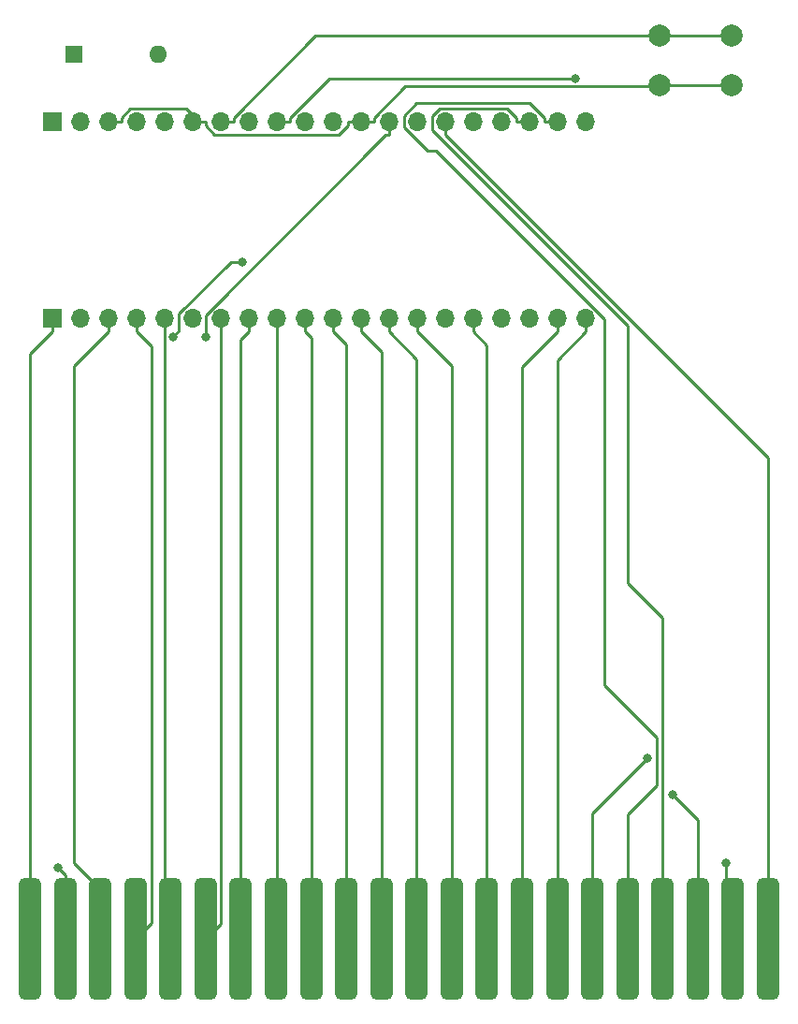
<source format=gbr>
%TF.GenerationSoftware,KiCad,Pcbnew,8.0.1*%
%TF.CreationDate,2024-04-05T19:57:55+02:00*%
%TF.ProjectId,SD-10005v,53442d31-3030-4303-9576-2e6b69636164,rev?*%
%TF.SameCoordinates,Original*%
%TF.FileFunction,Copper,L2,Bot*%
%TF.FilePolarity,Positive*%
%FSLAX46Y46*%
G04 Gerber Fmt 4.6, Leading zero omitted, Abs format (unit mm)*
G04 Created by KiCad (PCBNEW 8.0.1) date 2024-04-05 19:57:55*
%MOMM*%
%LPD*%
G01*
G04 APERTURE LIST*
G04 Aperture macros list*
%AMRoundRect*
0 Rectangle with rounded corners*
0 $1 Rounding radius*
0 $2 $3 $4 $5 $6 $7 $8 $9 X,Y pos of 4 corners*
0 Add a 4 corners polygon primitive as box body*
4,1,4,$2,$3,$4,$5,$6,$7,$8,$9,$2,$3,0*
0 Add four circle primitives for the rounded corners*
1,1,$1+$1,$2,$3*
1,1,$1+$1,$4,$5*
1,1,$1+$1,$6,$7*
1,1,$1+$1,$8,$9*
0 Add four rect primitives between the rounded corners*
20,1,$1+$1,$2,$3,$4,$5,0*
20,1,$1+$1,$4,$5,$6,$7,0*
20,1,$1+$1,$6,$7,$8,$9,0*
20,1,$1+$1,$8,$9,$2,$3,0*%
G04 Aperture macros list end*
%TA.AperFunction,ComponentPad*%
%ADD10R,1.600000X1.600000*%
%TD*%
%TA.AperFunction,ComponentPad*%
%ADD11O,1.600000X1.600000*%
%TD*%
%TA.AperFunction,ComponentPad*%
%ADD12R,1.700000X1.700000*%
%TD*%
%TA.AperFunction,ComponentPad*%
%ADD13O,1.700000X1.700000*%
%TD*%
%TA.AperFunction,ComponentPad*%
%ADD14C,2.000000*%
%TD*%
%TA.AperFunction,ConnectorPad*%
%ADD15RoundRect,0.500000X-0.500000X-5.000000X0.500000X-5.000000X0.500000X5.000000X-0.500000X5.000000X0*%
%TD*%
%TA.AperFunction,ViaPad*%
%ADD16C,0.800000*%
%TD*%
%TA.AperFunction,Conductor*%
%ADD17C,0.250000*%
%TD*%
G04 APERTURE END LIST*
D10*
%TO.P,D1,1,K*%
%TO.N,Net-(D1-K)*%
X78490000Y-36900000D03*
D11*
%TO.P,D1,2,A*%
%TO.N,+5V*%
X86110000Y-36900000D03*
%TD*%
D12*
%TO.P,J1,1,Pin_1*%
%TO.N,A0*%
X76520000Y-60800000D03*
D13*
%TO.P,J1,2,Pin_2*%
%TO.N,A1*%
X79060000Y-60800000D03*
%TO.P,J1,3,Pin_3*%
%TO.N,A2*%
X81600000Y-60800000D03*
%TO.P,J1,4,Pin_4*%
%TO.N,A3*%
X84140000Y-60800000D03*
%TO.P,J1,5,Pin_5*%
%TO.N,A4*%
X86680000Y-60800000D03*
%TO.P,J1,6,Pin_6*%
%TO.N,GND*%
X89220000Y-60800000D03*
%TO.P,J1,7,Pin_7*%
%TO.N,A5*%
X91760000Y-60800000D03*
%TO.P,J1,8,Pin_8*%
%TO.N,A6*%
X94300000Y-60800000D03*
%TO.P,J1,9,Pin_9*%
%TO.N,A7*%
X96840000Y-60800000D03*
%TO.P,J1,10,Pin_10*%
%TO.N,A8*%
X99380000Y-60800000D03*
%TO.P,J1,11,Pin_11*%
%TO.N,A9*%
X101920000Y-60800000D03*
%TO.P,J1,12,Pin_12*%
%TO.N,A10*%
X104460000Y-60800000D03*
%TO.P,J1,13,Pin_13*%
%TO.N,A11*%
X107000000Y-60800000D03*
%TO.P,J1,14,Pin_14*%
%TO.N,A12*%
X109540000Y-60800000D03*
%TO.P,J1,15,Pin_15*%
%TO.N,GND*%
X112080000Y-60800000D03*
%TO.P,J1,16,Pin_16*%
%TO.N,A13*%
X114620000Y-60800000D03*
%TO.P,J1,17,Pin_17*%
%TO.N,A14*%
X117160000Y-60800000D03*
%TO.P,J1,18,Pin_18*%
%TO.N,A15*%
X119700000Y-60800000D03*
%TO.P,J1,19,Pin_19*%
%TO.N,D0*%
X122240000Y-60800000D03*
%TO.P,J1,20,Pin_20*%
%TO.N,D1*%
X124780000Y-60800000D03*
%TD*%
D12*
%TO.P,J2,1,Pin_1*%
%TO.N,unconnected-(J2-Pin_1-Pad1)*%
X76500000Y-43000000D03*
D13*
%TO.P,J2,2,Pin_2*%
%TO.N,Net-(D1-K)*%
X79040000Y-43000000D03*
%TO.P,J2,3,Pin_3*%
%TO.N,GND*%
X81580000Y-43000000D03*
%TO.P,J2,4,Pin_4*%
%TO.N,unconnected-(J2-Pin_4-Pad4)*%
X84120000Y-43000000D03*
%TO.P,J2,5,Pin_5*%
%TO.N,unconnected-(J2-Pin_5-Pad5)*%
X86660000Y-43000000D03*
%TO.P,J2,6,Pin_6*%
%TO.N,GND*%
X89200000Y-43000000D03*
%TO.P,J2,7,Pin_7*%
%TO.N,RST*%
X91740000Y-43000000D03*
%TO.P,J2,8,Pin_8*%
%TO.N,~{IOR}*%
X94280000Y-43000000D03*
%TO.P,J2,9,Pin_9*%
%TO.N,~{DSRAM}*%
X96820000Y-43000000D03*
%TO.P,J2,10,Pin_10*%
%TO.N,~{CEROM2}*%
X99360000Y-43000000D03*
%TO.P,J2,11,Pin_11*%
%TO.N,~{MREQ}*%
X101900000Y-43000000D03*
%TO.P,J2,12,Pin_12*%
%TO.N,GND*%
X104440000Y-43000000D03*
%TO.P,J2,13,Pin_13*%
%TO.N,~{MEMW}*%
X106980000Y-43000000D03*
%TO.P,J2,14,Pin_14*%
%TO.N,~{MEMR}*%
X109520000Y-43000000D03*
%TO.P,J2,15,Pin_15*%
%TO.N,D7*%
X112060000Y-43000000D03*
%TO.P,J2,16,Pin_16*%
%TO.N,D6*%
X114600000Y-43000000D03*
%TO.P,J2,17,Pin_17*%
%TO.N,D5*%
X117140000Y-43000000D03*
%TO.P,J2,18,Pin_18*%
%TO.N,D4*%
X119680000Y-43000000D03*
%TO.P,J2,19,Pin_19*%
%TO.N,D3*%
X122220000Y-43000000D03*
%TO.P,J2,20,Pin_20*%
%TO.N,D2*%
X124760000Y-43000000D03*
%TD*%
D14*
%TO.P,SW1,1,1*%
%TO.N,RST*%
X131500000Y-35200000D03*
X138000000Y-35200000D03*
%TO.P,SW1,2,2*%
%TO.N,GND*%
X131500000Y-39700000D03*
X138000000Y-39700000D03*
%TD*%
D15*
%TO.P,CON1,A1,A0*%
%TO.N,A0*%
X74500000Y-116900000D03*
%TO.P,CON1,A2,A1*%
%TO.N,A1*%
X77680000Y-116900000D03*
%TO.P,CON1,A3,A2*%
%TO.N,A2*%
X80860000Y-116900000D03*
%TO.P,CON1,A4,A3*%
%TO.N,A3*%
X84040000Y-116900000D03*
%TO.P,CON1,A5,A4*%
%TO.N,A4*%
X87220000Y-116900000D03*
%TO.P,CON1,A6,A5*%
%TO.N,A5*%
X90400000Y-116900000D03*
%TO.P,CON1,A7,A6*%
%TO.N,A6*%
X93580000Y-116900000D03*
%TO.P,CON1,A8,A7*%
%TO.N,A7*%
X96760000Y-116900000D03*
%TO.P,CON1,A9,A8*%
%TO.N,A8*%
X99940000Y-116900000D03*
%TO.P,CON1,A10,A9*%
%TO.N,A9*%
X103120000Y-116900000D03*
%TO.P,CON1,A11,A10*%
%TO.N,A10*%
X106300000Y-116900000D03*
%TO.P,CON1,A12,A11*%
%TO.N,A11*%
X109480000Y-116900000D03*
%TO.P,CON1,A13,A12*%
%TO.N,A12*%
X112660000Y-116900000D03*
%TO.P,CON1,A14,A13*%
%TO.N,A13*%
X115840000Y-116900000D03*
%TO.P,CON1,A15,D0*%
%TO.N,D0*%
X119020000Y-116900000D03*
%TO.P,CON1,A16,D1*%
%TO.N,D1*%
X122200000Y-116900000D03*
%TO.P,CON1,A17,D2*%
%TO.N,D2*%
X125380000Y-116900000D03*
%TO.P,CON1,A18,D3*%
%TO.N,D3*%
X128560000Y-116900000D03*
%TO.P,CON1,A19,D4*%
%TO.N,D4*%
X131740000Y-116900000D03*
%TO.P,CON1,A20,D5*%
%TO.N,D5*%
X134920000Y-116900000D03*
%TO.P,CON1,A21,D6*%
%TO.N,D6*%
X138100000Y-116900000D03*
%TO.P,CON1,A22,D7*%
%TO.N,D7*%
X141280000Y-116900000D03*
%TD*%
D16*
%TO.N,~{DSRAM}*%
X123851700Y-39058700D03*
X87421000Y-62430100D03*
X93749100Y-55651500D03*
%TO.N,~{MEMW}*%
X90400000Y-62445800D03*
%TO.N,D6*%
X137447200Y-110016600D03*
%TO.N,D5*%
X132660700Y-103847700D03*
%TO.N,D2*%
X130407900Y-100533400D03*
%TO.N,A1*%
X77037200Y-110477600D03*
%TD*%
D17*
%TO.N,RST*%
X91740000Y-43000000D02*
X92916700Y-43000000D01*
X138000000Y-35200000D02*
X131500000Y-35200000D01*
X92916700Y-42632300D02*
X92916700Y-43000000D01*
X100349000Y-35200000D02*
X92916700Y-42632300D01*
X131500000Y-35200000D02*
X100349000Y-35200000D01*
%TO.N,~{DSRAM}*%
X96820000Y-43000000D02*
X97996700Y-43000000D01*
X87950000Y-61901100D02*
X87421000Y-62430100D01*
X87950000Y-60380800D02*
X87950000Y-61901100D01*
X92679300Y-55651500D02*
X87950000Y-60380800D01*
X93749100Y-55651500D02*
X92679300Y-55651500D01*
X101576600Y-39058700D02*
X123851700Y-39058700D01*
X97996700Y-42638600D02*
X101576600Y-39058700D01*
X97996700Y-43000000D02*
X97996700Y-42638600D01*
%TO.N,GND*%
X138000000Y-39700000D02*
X131500000Y-39700000D01*
X90376700Y-43367800D02*
X90376700Y-43000000D01*
X91185600Y-44176700D02*
X90376700Y-43367800D01*
X102454400Y-44176700D02*
X91185600Y-44176700D01*
X103263300Y-43367800D02*
X102454400Y-44176700D01*
X103263300Y-43000000D02*
X103263300Y-43367800D01*
X89200000Y-43000000D02*
X89788400Y-43000000D01*
X89788400Y-43000000D02*
X90376700Y-43000000D01*
X82756700Y-42632200D02*
X82756700Y-43000000D01*
X83565600Y-41823300D02*
X82756700Y-42632200D01*
X88611700Y-41823300D02*
X83565600Y-41823300D01*
X89788400Y-43000000D02*
X88611700Y-41823300D01*
X81580000Y-43000000D02*
X82756700Y-43000000D01*
X103851700Y-43000000D02*
X103263300Y-43000000D01*
X103851700Y-43000000D02*
X104440000Y-43000000D01*
X104440000Y-43000000D02*
X105616700Y-43000000D01*
X131389000Y-39811000D02*
X131500000Y-39700000D01*
X108440100Y-39811000D02*
X131389000Y-39811000D01*
X105616700Y-42634400D02*
X108440100Y-39811000D01*
X105616700Y-43000000D02*
X105616700Y-42634400D01*
%TO.N,~{MEMW}*%
X106980000Y-43000000D02*
X106980000Y-44176700D01*
X90400000Y-60480200D02*
X90400000Y-62445800D01*
X106703500Y-44176700D02*
X90400000Y-60480200D01*
X106980000Y-44176700D02*
X106703500Y-44176700D01*
%TO.N,D7*%
X141280000Y-73396700D02*
X112060000Y-44176700D01*
X141280000Y-116900000D02*
X141280000Y-73396700D01*
X112060000Y-43000000D02*
X112060000Y-44176700D01*
%TO.N,D6*%
X137447200Y-116247200D02*
X137447200Y-110016600D01*
X138100000Y-116900000D02*
X137447200Y-116247200D01*
%TO.N,D5*%
X134920000Y-106107000D02*
X132660700Y-103847700D01*
X134920000Y-116900000D02*
X134920000Y-106107000D01*
%TO.N,D4*%
X118503300Y-42632200D02*
X118503300Y-43000000D01*
X117694400Y-41823300D02*
X118503300Y-42632200D01*
X111550700Y-41823300D02*
X117694400Y-41823300D01*
X110876200Y-42497800D02*
X111550700Y-41823300D01*
X110876200Y-43716200D02*
X110876200Y-42497800D01*
X128564200Y-61404200D02*
X110876200Y-43716200D01*
X128564200Y-84696400D02*
X128564200Y-61404200D01*
X131740000Y-87872200D02*
X128564200Y-84696400D01*
X131740000Y-116900000D02*
X131740000Y-87872200D01*
X119680000Y-43000000D02*
X118503300Y-43000000D01*
%TO.N,D3*%
X122220000Y-43000000D02*
X121043300Y-43000000D01*
X128560000Y-105605500D02*
X128560000Y-116900000D01*
X131174600Y-102990900D02*
X128560000Y-105605500D01*
X131174600Y-98679000D02*
X131174600Y-102990900D01*
X126458100Y-93962500D02*
X131174600Y-98679000D01*
X126458100Y-60810700D02*
X126458100Y-93962500D01*
X111259100Y-45611700D02*
X126458100Y-60810700D01*
X110443800Y-45611700D02*
X111259100Y-45611700D01*
X108314800Y-43482700D02*
X110443800Y-45611700D01*
X108314800Y-42473300D02*
X108314800Y-43482700D01*
X109469900Y-41318200D02*
X108314800Y-42473300D01*
X119729200Y-41318200D02*
X109469900Y-41318200D01*
X121043300Y-42632300D02*
X119729200Y-41318200D01*
X121043300Y-43000000D02*
X121043300Y-42632300D01*
%TO.N,D2*%
X125380000Y-105561300D02*
X130407900Y-100533400D01*
X125380000Y-116900000D02*
X125380000Y-105561300D01*
%TO.N,D1*%
X124780000Y-60800000D02*
X124780000Y-61976700D01*
X122200000Y-64556700D02*
X124780000Y-61976700D01*
X122200000Y-116900000D02*
X122200000Y-64556700D01*
%TO.N,D0*%
X119020000Y-65196700D02*
X122240000Y-61976700D01*
X119020000Y-116900000D02*
X119020000Y-65196700D01*
X122240000Y-60800000D02*
X122240000Y-61976700D01*
%TO.N,A13*%
X115840000Y-63196700D02*
X114620000Y-61976700D01*
X115840000Y-116900000D02*
X115840000Y-63196700D01*
X114620000Y-60800000D02*
X114620000Y-61976700D01*
%TO.N,A12*%
X112660000Y-65096700D02*
X109540000Y-61976700D01*
X112660000Y-116900000D02*
X112660000Y-65096700D01*
X109540000Y-60800000D02*
X109540000Y-61976700D01*
%TO.N,A11*%
X109480000Y-64456700D02*
X107000000Y-61976700D01*
X109480000Y-116900000D02*
X109480000Y-64456700D01*
X107000000Y-60800000D02*
X107000000Y-61976700D01*
%TO.N,A10*%
X106300000Y-63816700D02*
X104460000Y-61976700D01*
X106300000Y-116900000D02*
X106300000Y-63816700D01*
X104460000Y-60800000D02*
X104460000Y-61976700D01*
%TO.N,A9*%
X103120000Y-63176700D02*
X101920000Y-61976700D01*
X103120000Y-116900000D02*
X103120000Y-63176700D01*
X101920000Y-60800000D02*
X101920000Y-61976700D01*
%TO.N,A8*%
X99940000Y-62536700D02*
X99380000Y-61976700D01*
X99940000Y-116900000D02*
X99940000Y-62536700D01*
X99380000Y-60800000D02*
X99380000Y-61976700D01*
%TO.N,A7*%
X96840000Y-116820000D02*
X96840000Y-60800000D01*
X96760000Y-116900000D02*
X96840000Y-116820000D01*
%TO.N,A6*%
X93580000Y-62696700D02*
X94300000Y-61976700D01*
X93580000Y-116900000D02*
X93580000Y-62696700D01*
X94300000Y-60800000D02*
X94300000Y-61976700D01*
%TO.N,A5*%
X91760000Y-60800000D02*
X91760000Y-61976700D01*
X91760000Y-115540000D02*
X91760000Y-61976700D01*
X90400000Y-116900000D02*
X91760000Y-115540000D01*
%TO.N,A4*%
X86680000Y-60800000D02*
X86680000Y-61976700D01*
X86680000Y-116360000D02*
X87220000Y-116900000D01*
X86680000Y-61976700D02*
X86680000Y-116360000D01*
%TO.N,A3*%
X84140000Y-60800000D02*
X84140000Y-61976700D01*
X85504700Y-115435300D02*
X84040000Y-116900000D01*
X85504700Y-63341400D02*
X85504700Y-115435300D01*
X84140000Y-61976700D02*
X85504700Y-63341400D01*
%TO.N,A2*%
X78499400Y-65077300D02*
X81600000Y-61976700D01*
X78499400Y-110054200D02*
X78499400Y-65077300D01*
X80860000Y-112414800D02*
X78499400Y-110054200D01*
X80860000Y-116900000D02*
X80860000Y-112414800D01*
X81600000Y-60800000D02*
X81600000Y-61976700D01*
%TO.N,A1*%
X77680000Y-111120400D02*
X77037200Y-110477600D01*
X77680000Y-116900000D02*
X77680000Y-111120400D01*
%TO.N,A0*%
X74500000Y-63996700D02*
X76520000Y-61976700D01*
X74500000Y-116900000D02*
X74500000Y-63996700D01*
X76520000Y-60800000D02*
X76520000Y-61976700D01*
%TD*%
M02*

</source>
